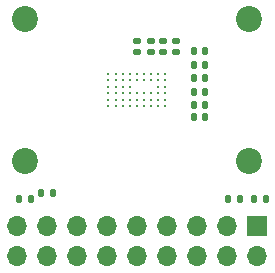
<source format=gbr>
%TF.GenerationSoftware,KiCad,Pcbnew,7.0.5*%
%TF.CreationDate,2024-03-10T15:58:08+09:00*%
%TF.ProjectId,camera_exp,63616d65-7261-45f6-9578-702e6b696361,rev?*%
%TF.SameCoordinates,Original*%
%TF.FileFunction,Soldermask,Top*%
%TF.FilePolarity,Negative*%
%FSLAX46Y46*%
G04 Gerber Fmt 4.6, Leading zero omitted, Abs format (unit mm)*
G04 Created by KiCad (PCBNEW 7.0.5) date 2024-03-10 15:58:08*
%MOMM*%
%LPD*%
G01*
G04 APERTURE LIST*
G04 Aperture macros list*
%AMRoundRect*
0 Rectangle with rounded corners*
0 $1 Rounding radius*
0 $2 $3 $4 $5 $6 $7 $8 $9 X,Y pos of 4 corners*
0 Add a 4 corners polygon primitive as box body*
4,1,4,$2,$3,$4,$5,$6,$7,$8,$9,$2,$3,0*
0 Add four circle primitives for the rounded corners*
1,1,$1+$1,$2,$3*
1,1,$1+$1,$4,$5*
1,1,$1+$1,$6,$7*
1,1,$1+$1,$8,$9*
0 Add four rect primitives between the rounded corners*
20,1,$1+$1,$2,$3,$4,$5,0*
20,1,$1+$1,$4,$5,$6,$7,0*
20,1,$1+$1,$6,$7,$8,$9,0*
20,1,$1+$1,$8,$9,$2,$3,0*%
G04 Aperture macros list end*
%ADD10C,2.200000*%
%ADD11R,1.700000X1.700000*%
%ADD12O,1.700000X1.700000*%
%ADD13C,0.250000*%
%ADD14RoundRect,0.140000X0.170000X-0.140000X0.170000X0.140000X-0.170000X0.140000X-0.170000X-0.140000X0*%
%ADD15RoundRect,0.140000X-0.140000X-0.170000X0.140000X-0.170000X0.140000X0.170000X-0.140000X0.170000X0*%
%ADD16RoundRect,0.135000X0.135000X0.185000X-0.135000X0.185000X-0.135000X-0.185000X0.135000X-0.185000X0*%
%ADD17RoundRect,0.135000X-0.135000X-0.185000X0.135000X-0.185000X0.135000X0.185000X-0.135000X0.185000X0*%
G04 APERTURE END LIST*
D10*
%TO.C,H1*%
X102000000Y-52000000D03*
%TD*%
%TO.C,H4*%
X83000000Y-40000000D03*
%TD*%
%TO.C,H3*%
X102000000Y-40000000D03*
%TD*%
%TO.C,H2*%
X83000000Y-52000000D03*
%TD*%
D11*
%TO.C,J1*%
X102620000Y-57560000D03*
D12*
X102620000Y-60100000D03*
X100080000Y-57560000D03*
X100080000Y-60100000D03*
X97540000Y-57560000D03*
X97540000Y-60100000D03*
X95000000Y-57560000D03*
X95000000Y-60100000D03*
X92460000Y-57560000D03*
X92460000Y-60100000D03*
X89920000Y-57560000D03*
X89920000Y-60100000D03*
X87380000Y-57560000D03*
X87380000Y-60100000D03*
X84840000Y-57560000D03*
X84840000Y-60100000D03*
X82300000Y-57560000D03*
X82300000Y-60100000D03*
%TD*%
D13*
%TO.C,U1*%
X90080000Y-44620000D03*
X90680000Y-44620000D03*
X91280000Y-44620000D03*
X91880000Y-44620000D03*
X92480000Y-44620000D03*
X93080000Y-44620000D03*
X93680000Y-44620000D03*
X94280000Y-44620000D03*
X94880000Y-44620000D03*
X90080000Y-45170000D03*
X90680000Y-45170000D03*
X91280000Y-45170000D03*
X91880000Y-45170000D03*
X92480000Y-45170000D03*
X93080000Y-45170000D03*
X93680000Y-45170000D03*
X94280000Y-45170000D03*
X94880000Y-45170000D03*
X90080000Y-45720000D03*
X90680000Y-45720000D03*
X91280000Y-45720000D03*
X91880000Y-45720000D03*
X94280000Y-45720000D03*
X94880000Y-45720000D03*
X90080000Y-46270000D03*
X90680000Y-46270000D03*
X91280000Y-46270000D03*
X91880000Y-46270000D03*
X92480000Y-46270000D03*
X93080000Y-46270000D03*
X93680000Y-46270000D03*
X94280000Y-46270000D03*
X94880000Y-46270000D03*
X90080000Y-46820000D03*
X90680000Y-46820000D03*
X91280000Y-46820000D03*
X91880000Y-46820000D03*
X92480000Y-46820000D03*
X93080000Y-46820000D03*
X93680000Y-46820000D03*
X94280000Y-46820000D03*
X94880000Y-46820000D03*
X90080000Y-47370000D03*
X90680000Y-47370000D03*
X91280000Y-47370000D03*
X91880000Y-47370000D03*
X92480000Y-47370000D03*
X93080000Y-47370000D03*
X93680000Y-47370000D03*
X94280000Y-47370000D03*
X94880000Y-47370000D03*
%TD*%
D14*
%TO.C,C14*%
X92500000Y-42780000D03*
X92500000Y-41820000D03*
%TD*%
D15*
%TO.C,C2*%
X97320000Y-46150000D03*
X98280000Y-46150000D03*
%TD*%
D14*
%TO.C,C8*%
X94700000Y-42780000D03*
X94700000Y-41820000D03*
%TD*%
D16*
%TO.C,R3*%
X102380000Y-55200000D03*
X103400000Y-55200000D03*
%TD*%
%TO.C,R2*%
X101200000Y-55200000D03*
X100180000Y-55200000D03*
%TD*%
D15*
%TO.C,C5*%
X97330000Y-43870000D03*
X98290000Y-43870000D03*
%TD*%
%TO.C,C18*%
X97320000Y-47250000D03*
X98280000Y-47250000D03*
%TD*%
%TO.C,C13*%
X97320000Y-48300000D03*
X98280000Y-48300000D03*
%TD*%
%TO.C,C7*%
X97320000Y-42700000D03*
X98280000Y-42700000D03*
%TD*%
D14*
%TO.C,C3*%
X93650000Y-42780000D03*
X93650000Y-41820000D03*
%TD*%
%TO.C,C19*%
X95800000Y-42780000D03*
X95800000Y-41820000D03*
%TD*%
D17*
%TO.C,R5*%
X84390000Y-54700000D03*
X85410000Y-54700000D03*
%TD*%
%TO.C,R4*%
X82490000Y-55200000D03*
X83510000Y-55200000D03*
%TD*%
D15*
%TO.C,C1*%
X97320000Y-45000000D03*
X98280000Y-45000000D03*
%TD*%
M02*

</source>
